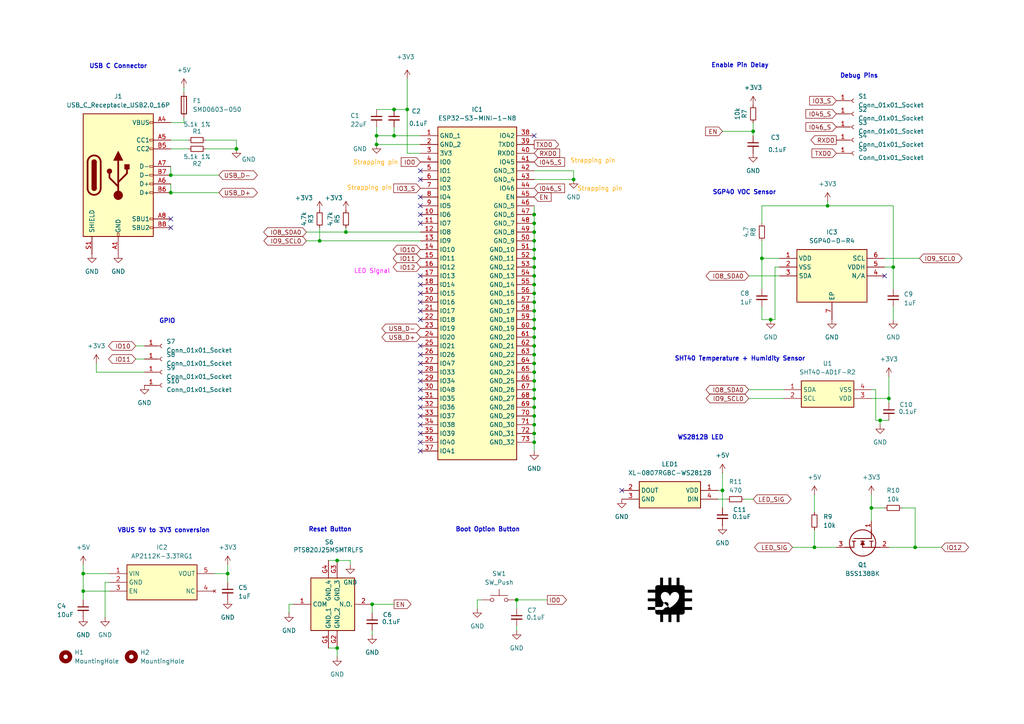
<source format=kicad_sch>
(kicad_sch (version 20231120) (generator "eeschema") (generator_version "8.0")
  (paper "A4")
  (title_block (title "VOCaware") (date "2025-10-25") (rev "v2025.1.0") (company "M41T3"))
  (junction (at 24.13 166.37))
  (junction (at 114.3 39.37))
  (junction (at 68.58 43.18))
  (junction (at 257.81 115.57))
  (junction (at 154.94 125.73))
  (junction (at 114.3 31.75))
  (junction (at 259.08 77.47))
  (junction (at 166.37 52.07))
  (junction (at 154.94 77.47))
  (junction (at 154.94 100.33))
  (junction (at 265.43 158.75))
  (junction (at 154.94 82.55))
  (junction (at 92.71 69.85))
  (junction (at 154.94 69.85))
  (junction (at 66.04 166.37))
  (junction (at 154.94 64.77))
  (junction (at 223.52 92.71))
  (junction (at 109.22 41.91))
  (junction (at 154.94 92.71))
  (junction (at 220.98 74.93))
  (junction (at 154.94 118.11))
  (junction (at 154.94 85.09))
  (junction (at 154.94 67.31))
  (junction (at 100.33 67.31))
  (junction (at 154.94 123.19))
  (junction (at 154.94 80.01))
  (junction (at 154.94 115.57))
  (junction (at 154.94 110.49))
  (junction (at 154.94 113.03))
  (junction (at 154.94 90.17))
  (junction (at 154.94 62.23))
  (junction (at 252.73 147.32))
  (junction (at 154.94 95.25))
  (junction (at 218.44 38.1))
  (junction (at 154.94 120.65))
  (junction (at 154.94 97.79))
  (junction (at 236.22 158.75))
  (junction (at 154.94 105.41))
  (junction (at 97.79 162.56))
  (junction (at 118.11 31.75))
  (junction (at 24.13 171.45))
  (junction (at 154.94 87.63))
  (junction (at 109.22 39.37))
  (junction (at 154.94 107.95))
  (junction (at 107.95 175.26))
  (junction (at 97.79 187.96))
  (junction (at 49.53 50.8))
  (junction (at 154.94 74.93))
  (junction (at 149.86 173.99))
  (junction (at 209.55 142.24))
  (junction (at 240.03 59.69))
  (junction (at 255.27 121.92))
  (junction (at 154.94 128.27))
  (junction (at 49.53 55.88))
  (junction (at 154.94 102.87))
  (junction (at 154.94 72.39))
  (no_connect (at 121.92 105.41))
  (no_connect (at 121.92 57.15))
  (no_connect (at 121.92 123.19))
  (no_connect (at 256.54 80.01))
  (no_connect (at 121.92 113.03))
  (no_connect (at 121.92 90.17))
  (no_connect (at 121.92 102.87))
  (no_connect (at 121.92 52.07))
  (no_connect (at 121.92 115.57))
  (no_connect (at 121.92 118.11))
  (no_connect (at 121.92 128.27))
  (no_connect (at 49.53 66.04))
  (no_connect (at 121.92 110.49))
  (no_connect (at 121.92 62.23))
  (no_connect (at 121.92 82.55))
  (no_connect (at 121.92 49.53))
  (no_connect (at 121.92 85.09))
  (no_connect (at 49.53 63.5))
  (no_connect (at 154.94 39.37))
  (no_connect (at 121.92 120.65))
  (no_connect (at 121.92 100.33))
  (no_connect (at 121.92 107.95))
  (no_connect (at 121.92 130.81))
  (no_connect (at 121.92 87.63))
  (no_connect (at 121.92 59.69))
  (no_connect (at 121.92 64.77))
  (no_connect (at 121.92 125.73))
  (no_connect (at 121.92 92.71))
  (no_connect (at 180.34 142.24))
  (no_connect (at 121.92 80.01))
  (wire (pts (xy 217.17 80.01) (xy 226.06 80.01)))
  (wire (pts (xy 256.54 74.93) (xy 266.7 74.93)))
  (wire (pts (xy 68.58 40.64) (xy 68.58 43.18)))
  (wire (pts (xy 257.81 115.57) (xy 252.73 115.57)))
  (wire (pts (xy 226.06 77.47) (xy 224.79 77.47)))
  (wire (pts (xy 66.04 163.83) (xy 66.04 166.37)))
  (wire (pts (xy 154.94 49.53) (xy 166.37 49.53)))
  (wire (pts (xy 95.25 187.96) (xy 97.79 187.96)))
  (wire (pts (xy 217.17 113.03) (xy 227.33 113.03)))
  (wire (pts (xy 154.94 64.77) (xy 154.94 67.31)))
  (wire (pts (xy 24.13 171.45) (xy 31.75 171.45)))
  (wire (pts (xy 154.94 107.95) (xy 154.94 110.49)))
  (wire (pts (xy 208.28 144.78) (xy 210.82 144.78)))
  (wire (pts (xy 208.28 142.24) (xy 209.55 142.24)))
  (wire (pts (xy 154.94 62.23) (xy 154.94 64.77)))
  (wire (pts (xy 83.82 175.26) (xy 85.09 175.26)))
  (wire (pts (xy 166.37 49.53) (xy 166.37 52.07)))
  (wire (pts (xy 154.94 118.11) (xy 154.94 120.65)))
  (wire (pts (xy 101.6 162.56) (xy 97.79 162.56)))
  (wire (pts (xy 154.94 92.71) (xy 154.94 95.25)))
  (wire (pts (xy 154.94 77.47) (xy 154.94 80.01)))
  (wire (pts (xy 88.9 67.31) (xy 100.33 67.31)))
  (wire (pts (xy 107.95 175.26) (xy 107.95 177.8)))
  (wire (pts (xy 114.3 36.83) (xy 114.3 39.37)))
  (wire (pts (xy 154.94 102.87) (xy 154.94 105.41)))
  (wire (pts (xy 257.81 109.22) (xy 257.81 115.57)))
  (wire (pts (xy 138.43 176.53) (xy 138.43 173.99)))
  (wire (pts (xy 154.94 113.03) (xy 154.94 115.57)))
  (wire (pts (xy 154.94 59.69) (xy 154.94 62.23)))
  (wire (pts (xy 114.3 39.37) (xy 109.22 39.37)))
  (wire (pts (xy 257.81 158.75) (xy 265.43 158.75)))
  (wire (pts (xy 220.98 69.85) (xy 220.98 74.93)))
  (wire (pts (xy 118.11 22.86) (xy 118.11 31.75)))
  (wire (pts (xy 92.71 69.85) (xy 121.92 69.85)))
  (wire (pts (xy 255.27 123.19) (xy 255.27 121.92)))
  (wire (pts (xy 154.94 80.01) (xy 154.94 82.55)))
  (wire (pts (xy 97.79 187.96) (xy 97.79 190.5)))
  (wire (pts (xy 101.6 163.83) (xy 101.6 162.56)))
  (wire (pts (xy 254 113.03) (xy 254 121.92)))
  (wire (pts (xy 41.91 107.95) (xy 27.94 107.95)))
  (wire (pts (xy 252.73 147.32) (xy 256.54 147.32)))
  (wire (pts (xy 149.86 173.99) (xy 158.75 173.99)))
  (wire (pts (xy 154.94 123.19) (xy 154.94 125.73)))
  (wire (pts (xy 154.94 115.57) (xy 154.94 118.11)))
  (wire (pts (xy 256.54 77.47) (xy 259.08 77.47)))
  (wire (pts (xy 39.37 104.14) (xy 41.91 104.14)))
  (wire (pts (xy 220.98 92.71) (xy 223.52 92.71)))
  (wire (pts (xy 154.94 90.17) (xy 154.94 92.71)))
  (wire (pts (xy 49.53 53.34) (xy 49.53 55.88)))
  (wire (pts (xy 229.87 158.75) (xy 236.22 158.75)))
  (wire (pts (xy 154.94 128.27) (xy 154.94 130.81)))
  (wire (pts (xy 236.22 158.75) (xy 242.57 158.75)))
  (wire (pts (xy 154.94 69.85) (xy 154.94 72.39)))
  (wire (pts (xy 154.94 82.55) (xy 154.94 85.09)))
  (wire (pts (xy 118.11 44.45) (xy 121.92 44.45)))
  (wire (pts (xy 66.04 168.91) (xy 66.04 166.37)))
  (wire (pts (xy 49.53 35.56) (xy 53.34 35.56)))
  (wire (pts (xy 154.94 85.09) (xy 154.94 87.63)))
  (wire (pts (xy 109.22 41.91) (xy 121.92 41.91)))
  (wire (pts (xy 149.86 181.61) (xy 149.86 182.88)))
  (wire (pts (xy 88.9 69.85) (xy 92.71 69.85)))
  (wire (pts (xy 220.98 74.93) (xy 226.06 74.93)))
  (wire (pts (xy 215.9 144.78) (xy 218.44 144.78)))
  (wire (pts (xy 236.22 143.51) (xy 236.22 148.59)))
  (wire (pts (xy 109.22 31.75) (xy 114.3 31.75)))
  (wire (pts (xy 49.53 50.8) (xy 63.5 50.8)))
  (wire (pts (xy 100.33 67.31) (xy 100.33 66.04)))
  (wire (pts (xy 107.95 182.88) (xy 107.95 184.15)))
  (wire (pts (xy 49.53 40.64) (xy 54.61 40.64)))
  (wire (pts (xy 217.17 115.57) (xy 227.33 115.57)))
  (wire (pts (xy 121.92 67.31) (xy 100.33 67.31)))
  (wire (pts (xy 261.62 147.32) (xy 265.43 147.32)))
  (wire (pts (xy 224.79 77.47) (xy 224.79 92.71)))
  (wire (pts (xy 220.98 74.93) (xy 220.98 83.82)))
  (wire (pts (xy 24.13 163.83) (xy 24.13 166.37)))
  (wire (pts (xy 154.94 95.25) (xy 154.94 97.79)))
  (wire (pts (xy 121.92 39.37) (xy 114.3 39.37)))
  (wire (pts (xy 39.37 100.33) (xy 41.91 100.33)))
  (wire (pts (xy 154.94 67.31) (xy 154.94 69.85)))
  (wire (pts (xy 259.08 77.47) (xy 259.08 83.82)))
  (wire (pts (xy 31.75 168.91) (xy 30.48 168.91)))
  (wire (pts (xy 154.94 105.41) (xy 154.94 107.95)))
  (wire (pts (xy 24.13 166.37) (xy 24.13 171.45)))
  (wire (pts (xy 154.94 120.65) (xy 154.94 123.19)))
  (wire (pts (xy 53.34 34.29) (xy 53.34 35.56)))
  (wire (pts (xy 240.03 58.42) (xy 240.03 59.69)))
  (wire (pts (xy 24.13 166.37) (xy 31.75 166.37)))
  (wire (pts (xy 109.22 39.37) (xy 109.22 41.91)))
  (wire (pts (xy 209.55 137.16) (xy 209.55 142.24)))
  (wire (pts (xy 27.94 107.95) (xy 27.94 105.41)))
  (wire (pts (xy 220.98 59.69) (xy 220.98 64.77)))
  (wire (pts (xy 259.08 59.69) (xy 259.08 77.47)))
  (wire (pts (xy 154.94 97.79) (xy 154.94 100.33)))
  (wire (pts (xy 154.94 110.49) (xy 154.94 113.03)))
  (wire (pts (xy 265.43 147.32) (xy 265.43 158.75)))
  (wire (pts (xy 154.94 100.33) (xy 154.94 102.87)))
  (wire (pts (xy 220.98 88.9) (xy 220.98 92.71)))
  (wire (pts (xy 265.43 158.75) (xy 273.05 158.75)))
  (wire (pts (xy 259.08 88.9) (xy 259.08 92.71)))
  (wire (pts (xy 59.69 43.18) (xy 68.58 43.18)))
  (wire (pts (xy 252.73 143.51) (xy 252.73 147.32)))
  (wire (pts (xy 53.34 25.4) (xy 53.34 26.67)))
  (wire (pts (xy 49.53 48.26) (xy 49.53 50.8)))
  (wire (pts (xy 107.95 175.26) (xy 114.3 175.26)))
  (wire (pts (xy 240.03 59.69) (xy 220.98 59.69)))
  (wire (pts (xy 109.22 36.83) (xy 109.22 39.37)))
  (wire (pts (xy 154.94 74.93) (xy 154.94 77.47)))
  (wire (pts (xy 118.11 31.75) (xy 118.11 44.45)))
  (wire (pts (xy 138.43 173.99) (xy 139.7 173.99)))
  (wire (pts (xy 209.55 142.24) (xy 209.55 147.32)))
  (wire (pts (xy 154.94 52.07) (xy 166.37 52.07)))
  (wire (pts (xy 154.94 125.73) (xy 154.94 128.27)))
  (wire (pts (xy 149.86 173.99) (xy 149.86 176.53)))
  (wire (pts (xy 83.82 177.8) (xy 83.82 175.26)))
  (wire (pts (xy 236.22 153.67) (xy 236.22 158.75)))
  (wire (pts (xy 240.03 59.69) (xy 259.08 59.69)))
  (wire (pts (xy 154.94 72.39) (xy 154.94 74.93)))
  (wire (pts (xy 30.48 168.91) (xy 30.48 179.07)))
  (wire (pts (xy 209.55 38.1) (xy 218.44 38.1)))
  (wire (pts (xy 218.44 35.56) (xy 218.44 38.1)))
  (wire (pts (xy 154.94 87.63) (xy 154.94 90.17)))
  (wire (pts (xy 224.79 92.71) (xy 223.52 92.71)))
  (wire (pts (xy 254 121.92) (xy 255.27 121.92)))
  (wire (pts (xy 49.53 43.18) (xy 54.61 43.18)))
  (wire (pts (xy 257.81 115.57) (xy 257.81 116.84)))
  (wire (pts (xy 255.27 121.92) (xy 257.81 121.92)))
  (wire (pts (xy 66.04 166.37) (xy 62.23 166.37)))
  (wire (pts (xy 59.69 40.64) (xy 68.58 40.64)))
  (wire (pts (xy 252.73 147.32) (xy 252.73 151.13)))
  (wire (pts (xy 218.44 38.1) (xy 218.44 39.37)))
  (wire (pts (xy 24.13 171.45) (xy 24.13 173.99)))
  (wire (pts (xy 97.79 162.56) (xy 95.25 162.56)))
  (wire (pts (xy 92.71 66.04) (xy 92.71 69.85)))
  (wire (pts (xy 114.3 31.75) (xy 118.11 31.75)))
  (wire (pts (xy 252.73 113.03) (xy 254 113.03)))
  (wire (pts (xy 49.53 55.88) (xy 63.5 55.88)))
  (image (at 194.31 173.99) (scale 0.120395))
  (text "Reset Button" (at 95.758 153.67 0) (effects (font (size 1.27 1.27) (thickness 0.254) (bold yes))))
  (text "Debug Pins" (at 249.174 22.098 0) (effects (font (size 1.27 1.27) (thickness 0.254) (bold yes))))
  (text "GPIO" (at 48.514 93.218 0) (effects (font (size 1.27 1.27) (thickness 0.254) (bold yes))))
  (text "Strapping pin" (at 107.188 54.61 0) (effects (font (size 1.27 1.27))))
  (text "SHT40 Temperature + Humidity Sensor" (at 214.63 104.14 0) (effects (font (size 1.27 1.27) (thickness 0.254) (bold yes))))
  (text "Strapping pin" (at 173.99 54.864 0) (effects (font (size 1.27 1.27))))
  (text "Enable Pin Delay" (at 214.63 19.05 0) (effects (font (size 1.27 1.27) (thickness 0.254) (bold yes))))
  (text "VBUS 5V to 3V3 conversion" (at 47.498 153.924 0) (effects (font (size 1.27 1.27) (thickness 0.254) (bold yes))))
  (text "LED Signal" (at 107.95 78.74 0) (effects (font (size 1.27 1.27))))
  (text "Strapping pin" (at 171.958 46.736 0) (effects (font (size 1.27 1.27))))
  (text "WS2812B LED" (at 203.2 127 0) (effects (font (size 1.27 1.27) (thickness 0.254) (bold yes))))
  (text "Strapping pin" (at 108.966 47.244 0) (effects (font (size 1.27 1.27))))
  (text "Boot Option Button" (at 141.478 153.67 0) (effects (font (size 1.27 1.27) (thickness 0.254) (bold yes))))
  (text "USB C Connector" (at 34.29 19.304 0) (effects (font (size 1.27 1.27) (thickness 0.254) (bold yes))))
  (text "SGP40 VOC Sensor" (at 215.9 55.88 0) (effects (font (size 1.27 1.27) (thickness 0.254) (bold yes))))
  (global_label "IO12" (shape bidirectional) (at 121.92 77.47 180) (property "Intersheetrefs" "${INTERSHEET_REFS}" (effects (hide yes))))
  (global_label "IO3_S" (shape input) (at 121.92 54.61 180) (property "Intersheetrefs" "${INTERSHEET_REFS}" (effects (hide yes))))
  (global_label "LED_SIG" (shape bidirectional) (at 218.44 144.78 0) (property "Intersheetrefs" "${INTERSHEET_REFS}" (effects (hide yes))))
  (global_label "USB_D-" (shape bidirectional) (at 121.92 95.25 180) (property "Intersheetrefs" "${INTERSHEET_REFS}" (effects (hide yes))))
  (global_label "I045_S" (shape input) (at 154.94 46.99 0) (property "Intersheetrefs" "${INTERSHEET_REFS}" (effects (hide yes))))
  (global_label "I046_S" (shape input) (at 154.94 54.61 0) (property "Intersheetrefs" "${INTERSHEET_REFS}" (effects (hide yes))))
  (global_label "RXD0" (shape output) (at 242.57 40.64 180) (property "Intersheetrefs" "${INTERSHEET_REFS}" (effects (hide yes))))
  (global_label "IO9_SCL0" (shape bidirectional) (at 266.7 74.93 0) (property "Intersheetrefs" "${INTERSHEET_REFS}" (effects (hide yes))))
  (global_label "IO0" (shape output) (at 158.75 173.99 0) (property "Intersheetrefs" "${INTERSHEET_REFS}" (effects (hide yes))))
  (global_label "USB_D+" (shape bidirectional) (at 121.92 97.79 180) (property "Intersheetrefs" "${INTERSHEET_REFS}" (effects (hide yes))))
  (global_label "EN" (shape output) (at 114.3 175.26 0) (property "Intersheetrefs" "${INTERSHEET_REFS}" (effects (hide yes))))
  (global_label "IO12" (shape bidirectional) (at 273.05 158.75 0) (property "Intersheetrefs" "${INTERSHEET_REFS}" (effects (hide yes))))
  (global_label "I046_S" (shape input) (at 242.57 36.83 180) (property "Intersheetrefs" "${INTERSHEET_REFS}" (effects (hide yes))))
  (global_label "LED_SIG" (shape bidirectional) (at 229.87 158.75 180) (property "Intersheetrefs" "${INTERSHEET_REFS}" (effects (hide yes))))
  (global_label "IO8_SDA0" (shape bidirectional) (at 88.9 67.31 180) (property "Intersheetrefs" "${INTERSHEET_REFS}" (effects (hide yes))))
  (global_label "IO8_SDA0" (shape bidirectional) (at 217.17 113.03 180) (property "Intersheetrefs" "${INTERSHEET_REFS}" (effects (hide yes))))
  (global_label "IO10" (shape bidirectional) (at 121.92 72.39 180) (property "Intersheetrefs" "${INTERSHEET_REFS}" (effects (hide yes))))
  (global_label "IO11" (shape bidirectional) (at 39.37 104.14 180) (property "Intersheetrefs" "${INTERSHEET_REFS}" (effects (hide yes))))
  (global_label "IO0" (shape input) (at 121.92 46.99 180) (property "Intersheetrefs" "${INTERSHEET_REFS}" (effects (hide yes))))
  (global_label "IO11" (shape bidirectional) (at 121.92 74.93 180) (property "Intersheetrefs" "${INTERSHEET_REFS}" (effects (hide yes))))
  (global_label "EN" (shape input) (at 209.55 38.1 180) (property "Intersheetrefs" "${INTERSHEET_REFS}" (effects (hide yes))))
  (global_label "IO8_SDA0" (shape bidirectional) (at 217.17 80.01 180) (property "Intersheetrefs" "${INTERSHEET_REFS}" (effects (hide yes))))
  (global_label "EN" (shape input) (at 154.94 57.15 0) (property "Intersheetrefs" "${INTERSHEET_REFS}" (effects (hide yes))))
  (global_label "IO9_SCL0" (shape bidirectional) (at 217.17 115.57 180) (property "Intersheetrefs" "${INTERSHEET_REFS}" (effects (hide yes))))
  (global_label "TXD0" (shape input) (at 242.57 44.45 180) (property "Intersheetrefs" "${INTERSHEET_REFS}" (effects (hide yes))))
  (global_label "TXD0" (shape output) (at 154.94 41.91 0) (property "Intersheetrefs" "${INTERSHEET_REFS}" (effects (hide yes))))
  (global_label "RXD0" (shape input) (at 154.94 44.45 0) (property "Intersheetrefs" "${INTERSHEET_REFS}" (effects (hide yes))))
  (global_label "IO3_S" (shape input) (at 242.57 29.21 180) (property "Intersheetrefs" "${INTERSHEET_REFS}" (effects (hide yes))))
  (global_label "IO9_SCL0" (shape bidirectional) (at 88.9 69.85 180) (property "Intersheetrefs" "${INTERSHEET_REFS}" (effects (hide yes))))
  (global_label "IO10" (shape bidirectional) (at 39.37 100.33 180) (property "Intersheetrefs" "${INTERSHEET_REFS}" (effects (hide yes))))
  (global_label "I045_S" (shape input) (at 242.57 33.02 180) (property "Intersheetrefs" "${INTERSHEET_REFS}" (effects (hide yes))))
  (global_label "USB_D-" (shape bidirectional) (at 63.5 50.8 0) (property "Intersheetrefs" "${INTERSHEET_REFS}" (effects (hide yes))))
  (global_label "USB_D+" (shape bidirectional) (at 63.5 55.88 0) (property "Intersheetrefs" "${INTERSHEET_REFS}" (effects (hide yes))))
  (symbol (lib_id "power:+3V3") (at 100.33 60.96 0) (unit 1)
    (property "Reference" "#PWR08" (effects (hide yes)))
    (property "Value" "+3V3" (at 96.774 57.404 0))
    (property "Description" "Power symbol creates a global label with name \"+3V3\"" (effects (hide yes)))
  )
  (symbol (lib_id "Connector:Conn_01x01_Socket") (at 46.99 107.95 0) (unit 1) (in_bom no)
    (property "Reference" "S9" (at 48.26 106.6799 0) (effects (justify left)))
    (property "Value" "Conn_01x01_Socket" (at 48.26 109.2199 0) (effects (justify left)))
    (property "Footprint" "TestPoint:TestPoint_Pad_D1.0mm" (effects (hide yes)))
    (property "Description" "Generic connector, single row, 01x01, script generated" (effects (hide yes)))
  )
  (symbol (lib_id "Device:C_Small") (at 107.95 180.34 0) (unit 1)
    (property "Reference" "C6" (at 110.998 178.308 0) (effects (justify left)))
    (property "Value" "0.1uF" (at 110.744 180.34 0) (effects (justify left)))
    (property "Footprint" "Capacitor_SMD:C_0402_1005Metric" (effects (hide yes)))
    (property "Description" "Unpolarized capacitor, small symbol" (effects (hide yes)))
    (property "LCSC" "C1525" (effects (hide yes)))
  )
  (symbol (lib_id "power:GND") (at 109.22 41.91 0) (unit 1)
    (property "Reference" "#PWR010" (effects (hide yes)))
    (property "Value" "GND" (at 104.394 43.18 0))
    (property "Description" "Power symbol creates a global label with name \"GND\" , ground" (effects (hide yes)))
  )
  (symbol (lib_id "stackflex_sym_lib:BSS138BK") (at 252.73 151.13 90) (mirror x) (unit 1)
    (property "Reference" "Q1" (at 250.19 163.83 90))
    (property "Value" "BSS138BK" (at 250.19 166.37 90))
    (property "Footprint" "Package_TO_SOT_SMD:SOT-23" (effects (hide yes)))
    (property "Datasheet" "https://datasheet.datasheetarchive.com/originals/distributors/Datasheets-NXP/DSANXP010002281.pdf" (effects (hide yes)))
    (property "Description" "MOSFET,n-channel,60V,360mA,1ohm,SOT23 NXP BSS138BK N-channel MOSFET Transistor, 0.36 A, 60 V, 3-Pin SOT-23" (effects (hide yes)))
    (property "Height" "1.1" (effects (hide yes)))
    (property "Mouser Part Number" "N/A" (effects (hide yes)))
    (property "Mouser Price/Stock" "https://www.mouser.co.uk/ProductDetail/Nexperia/BSS138BK?qs=vHuUswq2%252BswEXXqPA0ToNQ%3D%3D" (effects (hide yes)))
    (property "Manufacturer_Name" "Nexperia" (effects (hide yes)))
    (property "Manufacturer_Part_Number" "BSS138BK" (effects (hide yes)))
    (property "LCSC" "C112239" (effects (hide yes)))
  )
  (symbol (lib_id "power:GND") (at 138.43 176.53 0) (unit 1)
    (property "Reference" "#PWR025" (effects (hide yes)))
    (property "Value" "GND" (at 138.43 181.61 0))
    (property "Description" "Power symbol creates a global label with name \"GND\" , ground" (effects (hide yes)))
  )
  (symbol (lib_id "Device:Fuse") (at 53.34 30.48 0) (unit 1)
    (property "Reference" "F1" (at 55.88 29.2099 0) (effects (justify left)))
    (property "Value" "SMD0603-050" (at 55.88 31.7499 0) (effects (justify left)))
    (property "Footprint" "Fuse:Fuse_0603_1608Metric" (effects (hide yes)))
    (property "Description" "Fuse" (effects (hide yes)))
    (property "LCSC" "C69679" (effects (hide yes)))
  )
  (symbol (lib_id "power:GND") (at 24.13 179.07 0) (unit 1)
    (property "Reference" "#PWR017" (effects (hide yes)))
    (property "Value" "GND" (at 24.13 184.15 0))
    (property "Description" "Power symbol creates a global label with name \"GND\" , ground" (effects (hide yes)))
  )
  (symbol (lib_id "power:+3V3") (at 27.94 105.41 0) (unit 1)
    (property "Reference" "#PWR09" (effects (hide yes)))
    (property "Value" "+3V3" (at 27.94 100.33 0))
    (property "Description" "Power symbol creates a global label with name \"+3V3\"" (effects (hide yes)))
  )
  (symbol (lib_id "Device:R_Small") (at 259.08 147.32 90) (unit 1)
    (property "Reference" "R10" (at 259.08 142.24 90))
    (property "Value" "10k" (at 259.08 144.78 90))
    (property "Footprint" "Resistor_SMD:R_0402_1005Metric" (effects (hide yes)))
    (property "Description" "Resistor, small symbol" (effects (hide yes)))
    (property "LCSC" "C25744" (effects (hide yes)))
  )
  (symbol (lib_id "power:GND") (at 66.04 173.99 0) (unit 1)
    (property "Reference" "#PWR020" (effects (hide yes)))
    (property "Value" "GND" (at 66.04 179.07 0))
    (property "Description" "Power symbol creates a global label with name \"GND\" , ground" (effects (hide yes)))
  )
  (symbol (lib_id "power:GND") (at 209.55 152.4 0) (unit 1)
    (property "Reference" "#PWR07" (effects (hide yes)))
    (property "Value" "GND" (at 209.55 157.48 0))
    (property "Description" "Power symbol creates a global label with name \"GND\" , ground" (effects (hide yes)))
  )
  (symbol (lib_id "power:GND") (at 255.27 123.19 0) (unit 1)
    (property "Reference" "#PWR032" (effects (hide yes)))
    (property "Value" "GND" (at 255.27 128.27 0))
    (property "Description" "Power symbol creates a global label with name \"GND\" , ground" (effects (hide yes)))
  )
  (symbol (lib_id "Mechanical:MountingHole") (at 38.1 190.5 0) (unit 1) (exclude_from_sim yes) (in_bom no)
    (property "Reference" "H2" (at 40.64 189.2299 0) (effects (justify left)))
    (property "Value" "MountingHole" (at 40.64 191.7699 0) (effects (justify left)))
    (property "Footprint" "MountingHole:MountingHole_3.2mm_M3_DIN965" (effects (hide yes)))
    (property "Description" "Mounting Hole without connection" (effects (hide yes)))
  )
  (symbol (lib_id "power:GND") (at 149.86 182.88 0) (unit 1)
    (property "Reference" "#PWR028" (effects (hide yes)))
    (property "Value" "GND" (at 149.86 187.96 0))
    (property "Description" "Power symbol creates a global label with name \"GND\" , ground" (effects (hide yes)))
  )
  (symbol (lib_id "Connector:Conn_01x01_Socket") (at 247.65 33.02 0) (unit 1) (in_bom no)
    (property "Reference" "S2" (at 248.92 31.7499 0) (effects (justify left)))
    (property "Value" "Conn_01x01_Socket" (at 248.92 34.2899 0) (effects (justify left)))
    (property "Footprint" "TestPoint:TestPoint_Pad_D1.0mm" (effects (hide yes)))
    (property "Description" "Generic connector, single row, 01x01, script generated" (effects (hide yes)))
  )
  (symbol (lib_id "power:+3V3") (at 240.03 58.42 0) (unit 1)
    (property "Reference" "#PWR05" (effects (hide yes)))
    (property "Value" "+3V3" (at 240.03 53.34 0))
    (property "Description" "Power symbol creates a global label with name \"+3V3\"" (effects (hide yes)))
  )
  (symbol (lib_id "stackflex_sym_lib:ESP32-S3-MINI-1-N8") (at 121.92 39.37 0) (unit 1)
    (property "Reference" "IC1" (at 138.43 31.75 0))
    (property "Value" "ESP32-S3-MINI-1-N8" (at 138.43 34.29 0))
    (property "Footprint" "VOCaware_foots_lib:ESP32S3MINI1N8" (effects (hide yes)))
    (property "Datasheet" "https://www.espressif.com/sites/default/files/documentation/esp32-s3-mini-1_mini-1u_datasheet_en.pdf" (effects (hide yes)))
    (property "Description" "WiFi Development Tools - 802.11 [Engineering Samples] SMD Module, ESP32-S3FN8, 8 MB SPI Flash, PCB Antenna" (effects (hide yes)))
    (property "Height" "2.55" (effects (hide yes)))
    (property "Mouser Part Number" "356-ESP32-S3-MINI1N8" (effects (hide yes)))
    (property "Mouser Price/Stock" "https://www.mouser.co.uk/ProductDetail/Espressif-Systems/ESP32-S3-MINI-1-N8?qs=XAiT9M5g4x82rl6F%2FIYUQg%3D%3D" (effects (hide yes)))
    (property "Manufacturer_Name" "Espressif Systems" (effects (hide yes)))
    (property "Manufacturer_Part_Number" "ESP32-S3-MINI-1-N8" (effects (hide yes)))
    (property "LCSC" "C2913206" (effects (hide yes)))
  )
  (symbol (lib_id "power:GND") (at 34.29 73.66 0) (unit 1)
    (property "Reference" "#PWR02" (effects (hide yes)))
    (property "Value" "GND" (at 34.29 78.74 0))
    (property "Description" "Power symbol creates a global label with name \"GND\" , ground" (effects (hide yes)))
  )
  (symbol (lib_id "power:+3V3") (at 92.71 60.96 0) (unit 1)
    (property "Reference" "#PWR06" (effects (hide yes)))
    (property "Value" "+3V3" (at 88.138 57.404 0))
    (property "Description" "Power symbol creates a global label with name \"+3V3\"" (effects (hide yes)))
  )
  (symbol (lib_id "power:+3V3") (at 66.04 163.83 0) (unit 1)
    (property "Reference" "#PWR019" (effects (hide yes)))
    (property "Value" "+3V3" (at 66.04 158.75 0))
    (property "Description" "Power symbol creates a global label with name \"+3V3\"" (effects (hide yes)))
  )
  (symbol (lib_id "Connector:Conn_01x01_Socket") (at 46.99 111.76 0) (unit 1) (in_bom no)
    (property "Reference" "S10" (at 48.26 110.4899 0) (effects (justify left)))
    (property "Value" "Conn_01x01_Socket" (at 48.26 113.0299 0) (effects (justify left)))
    (property "Footprint" "TestPoint:TestPoint_Pad_D1.0mm" (effects (hide yes)))
    (property "Description" "Generic connector, single row, 01x01, script generated" (effects (hide yes)))
  )
  (symbol (lib_id "Device:R_Small") (at 213.36 144.78 270) (unit 1)
    (property "Reference" "R11" (at 213.36 139.7 90))
    (property "Value" "470" (at 213.36 142.24 90))
    (property "Footprint" "Resistor_SMD:R_0402_1005Metric" (effects (hide yes)))
    (property "Description" "Resistor, small symbol" (effects (hide yes)))
    (property "LCSC" "C25117" (effects (hide yes)))
  )
  (symbol (lib_id "Device:R_Small") (at 57.15 43.18 270) (unit 1)
    (property "Reference" "R2" (at 57.15 47.498 90))
    (property "Value" "5.1k 1%" (at 57.15 45.466 90))
    (property "Footprint" "Resistor_SMD:R_0402_1005Metric" (effects (hide yes)))
    (property "Description" "Resistor, small symbol" (effects (hide yes)))
    (property "LCSC" "C25905" (effects (hide yes)))
  )
  (symbol (lib_name "PTS820J25MSMTRLFS_1") (lib_id "stackflex_sym_lib:PTS820J25MSMTRLFS") (at 82.55 175.26 0) (unit 1)
    (property "Reference" "S6" (at 95.504 157.226 0))
    (property "Value" "PTS820J25MSMTRLFS" (at 95.25 159.512 0))
    (property "Footprint" "PTS820J25MSMTRLFS" (effects (hide yes)))
    (property "Datasheet" "https://www.ckswitches.com/media/1474/pts820.pdf" (effects (hide yes)))
    (property "Description" "Tactile Switches Microminiature SMT Top Actuated" (effects (hide yes)))
    (property "Height" "1.5" (effects (hide yes)))
    (property "Mouser Part Number" "611-PTS820J25MSMTR" (effects (hide yes)))
    (property "Mouser Price/Stock" "https://www.mouser.co.uk/ProductDetail/CK/PTS820J25MSMTRLFS?qs=UxeAxwACbqmM7fS1sTfuhg%3D%3D" (effects (hide yes)))
    (property "Manufacturer_Name" "C & K COMPONENTS" (effects (hide yes)))
    (property "Manufacturer_Part_Number" "PTS820J25MSMTRLFS" (effects (hide yes)))
    (property "LCSC" "C221900" (effects (hide yes)))
  )
  (symbol (lib_id "Device:R_Small") (at 92.71 63.5 0) (unit 1)
    (property "Reference" "R3" (at 90.17 63.5 90))
    (property "Value" "4.7k" (at 88.138 63.5 90))
    (property "Footprint" "Resistor_SMD:R_0402_1005Metric" (effects (hide yes)))
    (property "Description" "Resistor, small symbol" (effects (hide yes)))
    (property "LCSC" "C25900" (effects (hide yes)))
  )
  (symbol (lib_id "Device:C_Small") (at 259.08 86.36 0) (unit 1)
    (property "Reference" "C9" (at 262.128 85.344 0) (effects (justify left)))
    (property "Value" "1uF" (at 262.128 87.884 0) (effects (justify left)))
    (property "Footprint" "Capacitor_SMD:C_0402_1005Metric" (effects (hide yes)))
    (property "Description" "Unpolarized capacitor, small symbol" (effects (hide yes)))
    (property "LCSC" "C52923" (effects (hide yes)))
  )
  (symbol (lib_id "Device:C_Small") (at 66.04 171.45 0) (unit 1)
    (property "Reference" "C5" (at 69.088 170.434 0) (effects (justify left)))
    (property "Value" "1uF" (at 69.088 172.974 0) (effects (justify left)))
    (property "Footprint" "Capacitor_SMD:C_0402_1005Metric" (effects (hide yes)))
    (property "Description" "Unpolarized capacitor, small symbol" (effects (hide yes)))
    (property "LCSC" "C52923" (effects (hide yes)))
  )
  (symbol (lib_id "Connector:Conn_01x01_Socket") (at 247.65 44.45 0) (unit 1) (in_bom no)
    (property "Reference" "S5" (at 248.92 43.1799 0) (effects (justify left)))
    (property "Value" "Conn_01x01_Socket" (at 248.92 45.7199 0) (effects (justify left)))
    (property "Footprint" "TestPoint:TestPoint_Pad_D1.0mm" (effects (hide yes)))
    (property "Description" "Generic connector, single row, 01x01, script generated" (effects (hide yes)))
  )
  (symbol (lib_id "Device:C_Small") (at 114.3 34.29 0) (unit 1)
    (property "Reference" "C2" (at 119.38 32.258 0) (effects (justify left)))
    (property "Value" "0.1uF" (at 118.618 35.814 0) (effects (justify left)))
    (property "Footprint" "Capacitor_SMD:C_0402_1005Metric" (effects (hide yes)))
    (property "Description" "Unpolarized capacitor, small symbol" (effects (hide yes)))
    (property "LCSC" "C1525" (effects (hide yes)))
  )
  (symbol (lib_id "Device:R_Small") (at 57.15 40.64 270) (unit 1)
    (property "Reference" "R1" (at 57.15 38.1 90))
    (property "Value" "5.1k 1%" (at 57.15 36.068 90))
    (property "Footprint" "Resistor_SMD:R_0402_1005Metric" (effects (hide yes)))
    (property "Description" "Resistor, small symbol" (effects (hide yes)))
    (property "LCSC" "C25905" (effects (hide yes)))
  )
  (symbol (lib_id "Device:C_Small") (at 24.13 176.53 0) (unit 1)
    (property "Reference" "C4" (at 16.51 175.768 0) (effects (justify left)))
    (property "Value" "10uF" (at 16.51 178.308 0) (effects (justify left)))
    (property "Footprint" "Capacitor_SMD:C_0402_1005Metric" (effects (hide yes)))
    (property "Description" "Unpolarized capacitor, small symbol" (effects (hide yes)))
    (property "LCSC" "C15525" (effects (hide yes)))
  )
  (symbol (lib_id "power:GND") (at 26.67 73.66 0) (unit 1)
    (property "Reference" "#PWR01" (effects (hide yes)))
    (property "Value" "GND" (at 26.67 78.74 0))
    (property "Description" "Power symbol creates a global label with name \"GND\" , ground" (effects (hide yes)))
  )
  (symbol (lib_id "power:GND") (at 154.94 130.81 0) (unit 1)
    (property "Reference" "#PWR012" (effects (hide yes)))
    (property "Value" "GND" (at 154.94 135.89 0))
    (property "Description" "Power symbol creates a global label with name \"GND\" , ground" (effects (hide yes)))
  )
  (symbol (lib_id "Device:R_Small") (at 218.44 33.02 0) (unit 1)
    (property "Reference" "R7" (at 215.9 33.02 90))
    (property "Value" "10k" (at 213.868 33.02 90))
    (property "Footprint" "Resistor_SMD:R_0402_1005Metric" (effects (hide yes)))
    (property "Description" "Resistor, small symbol" (effects (hide yes)))
    (property "LCSC" "C25744" (effects (hide yes)))
  )
  (symbol (lib_id "power:+5V") (at 236.22 143.51 0) (unit 1)
    (property "Reference" "#PWR034" (effects (hide yes)))
    (property "Value" "+5V" (at 236.22 138.43 0))
    (property "Description" "Power symbol creates a global label with name \"+5V\"" (effects (hide yes)))
  )
  (symbol (lib_id "power:GND") (at 41.91 111.76 0) (unit 1)
    (property "Reference" "#PWR026" (effects (hide yes)))
    (property "Value" "GND" (at 41.91 116.84 0))
    (property "Description" "Power symbol creates a global label with name \"GND\" , ground" (effects (hide yes)))
  )
  (symbol (lib_id "Device:C_Small") (at 218.44 41.91 0) (unit 1)
    (property "Reference" "C3" (at 223.52 39.878 0) (effects (justify left)))
    (property "Value" "0.1uF" (at 222.758 43.434 0) (effects (justify left)))
    (property "Footprint" "Capacitor_SMD:C_0402_1005Metric" (effects (hide yes)))
    (property "Description" "Unpolarized capacitor, small symbol" (effects (hide yes)))
    (property "LCSC" "C1525" (effects (hide yes)))
  )
  (symbol (lib_id "Device:R_Small") (at 236.22 151.13 180) (unit 1)
    (property "Reference" "R9" (at 238.76 149.8599 0) (effects (justify right)))
    (property "Value" "10k" (at 238.76 152.3999 0) (effects (justify right)))
    (property "Footprint" "Resistor_SMD:R_0402_1005Metric" (effects (hide yes)))
    (property "Description" "Resistor, small symbol" (effects (hide yes)))
    (property "LCSC" "C25744" (effects (hide yes)))
  )
  (symbol (lib_id "power:GND") (at 107.95 184.15 0) (unit 1)
    (property "Reference" "#PWR024" (effects (hide yes)))
    (property "Value" "GND" (at 107.95 189.23 0))
    (property "Description" "Power symbol creates a global label with name \"GND\" , ground" (effects (hide yes)))
  )
  (symbol (lib_id "Connector:Conn_01x01_Socket") (at 46.99 104.14 0) (unit 1) (in_bom no)
    (property "Reference" "S8" (at 48.26 102.8699 0) (effects (justify left)))
    (property "Value" "Conn_01x01_Socket" (at 48.26 105.4099 0) (effects (justify left)))
    (property "Footprint" "TestPoint:TestPoint_Pad_D1.0mm" (effects (hide yes)))
    (property "Description" "Generic connector, single row, 01x01, script generated" (effects (hide yes)))
  )
  (symbol (lib_id "power:VCC") (at 24.13 163.83 0) (unit 1)
    (property "Reference" "#PWR016" (effects (hide yes)))
    (property "Value" "+5V" (at 24.13 158.75 0))
    (property "Description" "Power symbol creates a global label with name \"VCC\"" (effects (hide yes)))
  )
  (symbol (lib_id "power:GND") (at 180.34 144.78 0) (unit 1)
    (property "Reference" "#PWR036" (effects (hide yes)))
    (property "Value" "GND" (at 180.34 149.86 0))
    (property "Description" "Power symbol creates a global label with name \"GND\" , ground" (effects (hide yes)))
  )
  (symbol (lib_id "power:VBUS") (at 53.34 25.4 0) (unit 1)
    (property "Reference" "#PWR03" (effects (hide yes)))
    (property "Value" "+5V" (at 53.34 20.32 0))
    (property "Description" "Power symbol creates a global label with name \"VBUS\"" (effects (hide yes)))
  )
  (symbol (lib_id "Device:C_Small") (at 257.81 119.38 0) (unit 1)
    (property "Reference" "C10" (at 260.858 117.348 0) (effects (justify left)))
    (property "Value" "0.1uF" (at 260.604 119.38 0) (effects (justify left)))
    (property "Footprint" "Capacitor_SMD:C_0402_1005Metric" (effects (hide yes)))
    (property "Description" "Unpolarized capacitor, small symbol" (effects (hide yes)))
    (property "LCSC" "C1525" (effects (hide yes)))
  )
  (symbol (lib_id "power:GND") (at 68.58 43.18 0) (unit 1)
    (property "Reference" "#PWR04" (effects (hide yes)))
    (property "Value" "GND" (at 72.136 46.228 0))
    (property "Description" "Power symbol creates a global label with name \"GND\" , ground" (effects (hide yes)))
  )
  (symbol (lib_id "Connector:USB_C_Receptacle_USB2.0_16P") (at 34.29 50.8 0) (unit 1)
    (property "Reference" "J1" (at 34.29 27.94 0))
    (property "Value" "USB_C_Receptacle_USB2.0_16P" (at 34.29 30.48 0))
    (property "Footprint" "USB_C_Receptacle_GCT_USB4105-xx-A_16P_TopMnt_Horizontal" (effects (hide yes)))
    (property "Datasheet" "https://www.usb.org/sites/default/files/documents/usb_type-c.zip" (effects (hide yes)))
    (property "Description" "USB 2.0-only 16P Type-C Receptacle connector" (effects (hide yes)))
    (property "LCSC" "C165948" (effects (hide yes)))
  )
  (symbol (lib_id "power:+3V3") (at 257.81 109.22 0) (unit 1)
    (property "Reference" "#PWR033" (effects (hide yes)))
    (property "Value" "+3V3" (at 257.81 104.14 0))
    (property "Description" "Power symbol creates a global label with name \"+3V3\"" (effects (hide yes)))
  )
  (symbol (lib_id "power:GND") (at 259.08 92.71 0) (unit 1)
    (property "Reference" "#PWR031" (effects (hide yes)))
    (property "Value" "GND" (at 259.08 97.79 0))
    (property "Description" "Power symbol creates a global label with name \"GND\" , ground" (effects (hide yes)))
  )
  (symbol (lib_id "power:+3V3") (at 218.44 30.48 0) (unit 1)
    (property "Reference" "#PWR014" (effects (hide yes)))
    (property "Value" "+3V3" (at 218.44 25.4 0))
    (property "Description" "Power symbol creates a global label with name \"+3V3\"" (effects (hide yes)))
  )
  (symbol (lib_id "power:+3V3") (at 118.11 22.86 0) (unit 1)
    (property "Reference" "#PWR011" (effects (hide yes)))
    (property "Value" "+3V3" (at 117.602 16.51 0))
    (property "Description" "Power symbol creates a global label with name \"+3V3\"" (effects (hide yes)))
  )
  (symbol (lib_id "power:GND") (at 166.37 52.07 0) (unit 1)
    (property "Reference" "#PWR013" (effects (hide yes)))
    (property "Value" "GND" (at 166.37 57.15 0))
    (property "Description" "Power symbol creates a global label with name \"GND\" , ground" (effects (hide yes)))
  )
  (symbol (lib_id "power:GND") (at 30.48 179.07 0) (unit 1)
    (property "Reference" "#PWR018" (effects (hide yes)))
    (property "Value" "GND" (at 30.48 184.15 0))
    (property "Description" "Power symbol creates a global label with name \"GND\" , ground" (effects (hide yes)))
  )
  (symbol (lib_id "power:GND") (at 101.6 163.83 0) (unit 1)
    (property "Reference" "#PWR023" (effects (hide yes)))
    (property "Value" "GND" (at 101.6 168.91 0))
    (property "Description" "Power symbol creates a global label with name \"GND\" , ground" (effects (hide yes)))
  )
  (symbol (lib_id "VOCaware_sym_lib:SHT40-AD1F-R2") (at 227.33 113.03 0) (unit 1)
    (property "Reference" "U1" (at 240.03 105.41 0))
    (property "Value" "SHT40-AD1F-R2" (at 240.03 107.95 0))
    (property "Footprint" "SHT40AD1FR2" (effects (hide yes)))
    (property "Datasheet" "https://sensirion.com/media/documents/33FD6951/63E1087C/Datasheet_SHT4x_1.pdf" (effects (hide yes)))
    (property "Description" "Board Mount Humidity Sensors Digital Humidity and Temperature Sensor incl Filter Membrane" (effects (hide yes)))
    (property "Height" "0.59" (effects (hide yes)))
    (property "Mouser Part Number" "403-SHT40-AD1F-R2" (effects (hide yes)))
    (property "Mouser Price/Stock" "https://www.mouser.co.uk/ProductDetail/Sensirion/SHT40-AD1F-R2?qs=rQFj71Wb1eVPr6MxV5k7AQ%3D%3D" (effects (hide yes)))
    (property "Manufacturer_Name" "Sensirion" (effects (hide yes)))
    (property "Manufacturer_Part_Number" "SHT40-AD1F-R2" (effects (hide yes)))
    (property "LCSC" "C7461846" (effects (hide yes)))
  )
  (symbol (lib_id "power:GND") (at 97.79 190.5 0) (unit 1)
    (property "Reference" "#PWR022" (effects (hide yes)))
    (property "Value" "GND" (at 97.79 195.58 0))
    (property "Description" "Power symbol creates a global label with name \"GND\" , ground" (effects (hide yes)))
  )
  (symbol (lib_id "Device:C_Small") (at 220.98 86.36 0) (unit 1)
    (property "Reference" "C8" (at 214.63 85.09 0) (effects (justify left)))
    (property "Value" "1uF" (at 214.63 87.63 0) (effects (justify left)))
    (property "Footprint" "Capacitor_SMD:C_0402_1005Metric" (effects (hide yes)))
    (property "Description" "Unpolarized capacitor, small symbol" (effects (hide yes)))
    (property "LCSC" "C52923" (effects (hide yes)))
  )
  (symbol (lib_id "Device:C_Small") (at 149.86 179.07 0) (unit 1)
    (property "Reference" "C7" (at 152.908 177.038 0) (effects (justify left)))
    (property "Value" "0.1uF" (at 152.654 179.07 0) (effects (justify left)))
    (property "Footprint" "Capacitor_SMD:C_0402_1005Metric" (effects (hide yes)))
    (property "Description" "Unpolarized capacitor, small symbol" (effects (hide yes)))
    (property "LCSC" "C1525" (effects (hide yes)))
  )
  (symbol (lib_id "power:+3V3") (at 252.73 143.51 0) (unit 1)
    (property "Reference" "#PWR035" (effects (hide yes)))
    (property "Value" "+3V3" (at 252.73 138.43 0))
    (property "Description" "Power symbol creates a global label with name \"+3V3\"" (effects (hide yes)))
  )
  (symbol (lib_id "Connector:Conn_01x01_Socket") (at 46.99 100.33 0) (unit 1) (in_bom no)
    (property "Reference" "S7" (at 48.26 99.0599 0) (effects (justify left)))
    (property "Value" "Conn_01x01_Socket" (at 48.26 101.5999 0) (effects (justify left)))
    (property "Footprint" "TestPoint:TestPoint_Pad_D1.0mm" (effects (hide yes)))
    (property "Description" "Generic connector, single row, 01x01, script generated" (effects (hide yes)))
  )
  (symbol (lib_id "stackflex_sym_lib:AP2112K-3.3TRG1") (at 31.75 166.37 0) (unit 1)
    (property "Reference" "IC2" (at 46.99 158.75 0))
    (property "Value" "AP2112K-3.3TRG1" (at 46.99 161.29 0))
    (property "Footprint" "SOT95P285X140-5N" (effects (hide yes)))
    (property "Datasheet" "https://www.diodes.com//assets/Datasheets/AP2112.pdf" (effects (hide yes)))
    (property "Description" "600mA 3.3V LDO Regulator Enable SOT23-5 DiodesZetex AP2112K-3.3TRG1, LDO Voltage Regulator, 3.3 V +/-1.5%, 2.5  6 Vin, 5-Pin SOT-23" (effects (hide yes)))
    (property "Height" "1.4" (effects (hide yes)))
    (property "Mouser Part Number" "621-AP2112K-3.3TRG1" (effects (hide yes)))
    (property "Mouser Price/Stock" "https://www.mouser.co.uk/ProductDetail/Diodes-Incorporated/AP2112K-3.3TRG1?qs=x6A8l6qLYDDPYHosCdzh%2FA%3D%3D" (effects (hide yes)))
    (property "Manufacturer_Name" "Diodes Incorporated" (effects (hide yes)))
    (property "Manufacturer_Part_Number" "AP2112K-3.3TRG1" (effects (hide yes)))
    (property "LCSC" "C51118" (effects (hide yes)))
  )
  (symbol (lib_id "power:GND") (at 83.82 177.8 0) (unit 1)
    (property "Reference" "#PWR021" (effects (hide yes)))
    (property "Value" "GND" (at 83.82 182.88 0))
    (property "Description" "Power symbol creates a global label with name \"GND\" , ground" (effects (hide yes)))
  )
  (symbol (lib_id "VOCaware_sym_lib:XL-0807RGBC-WS2812B") (at 180.34 142.24 0) (unit 1)
    (property "Reference" "LED1" (at 194.31 134.62 0))
    (property "Value" "XL-0807RGBC-WS2812B" (at 194.31 137.16 0))
    (property "Footprint" "XL0807RGBCWS2812B" (effects (hide yes)))
    (property "Datasheet" "https://datasheet.lcsc.com/lcsc/2207041845_XINGLIGHT-XL-0807RGBC-WS2812B_C3646929.pdf" (effects (hide yes)))
    (property "Description" "20mA Colorless -40~+150 Positive post Multi-Color 120 3.5V~5.5V SMD,1.8x2mm Light Emitting Diodes (LED) ROHS" (effects (hide yes)))
    (property "Height" "0.9" (effects (hide yes)))
    (property "Manufacturer_Name" "XINGLIGHT" (effects (hide yes)))
    (property "Manufacturer_Part_Number" "XL-0807RGBC-WS2812B" (effects (hide yes)))
    (property "LCSC" "C3646929" (effects (hide yes)))
  )
  (symbol (lib_id "Device:R_Small") (at 100.33 63.5 0) (unit 1)
    (property "Reference" "R5" (at 97.79 63.5 90))
    (property "Value" "4.7k" (at 95.758 63.5 90))
    (property "Footprint" "Resistor_SMD:R_0402_1005Metric" (effects (hide yes)))
    (property "Description" "Resistor, small symbol" (effects (hide yes)))
    (property "LCSC" "C25900" (effects (hide yes)))
  )
  (symbol (lib_id "VOCaware_sym_lib:SGP40-D-R4") (at 226.06 74.93 0) (unit 1)
    (property "Reference" "IC3" (at 241.3 67.31 0))
    (property "Value" "SGP40-D-R4" (at 241.3 69.85 0))
    (property "Footprint" "SON80P244X244X95-7N" (effects (hide yes)))
    (property "Description" "Air Quality Sensors Gas Sensor 2.5k pcs IC" (effects (hide yes)))
    (property "Height" "0.95" (effects (hide yes)))
    (property "Mouser Part Number" "403-SGP40-D-R4" (effects (hide yes)))
    (property "Mouser Price/Stock" "https://www.mouser.co.uk/ProductDetail/Sensirion/SGP40-D-R4?qs=yqaQSyyJnNgaRqiZfsbS1Q%3D%3D" (effects (hide yes)))
    (property "Manufacturer_Name" "Sensirion" (effects (hide yes)))
    (property "Manufacturer_Part_Number" "SGP40-D-R4" (effects (hide yes)))
    (property "LCSC" "C2874215" (effects (hide yes)))
  )
  (symbol (lib_id "power:GND") (at 241.3 92.71 0) (unit 1)
    (property "Reference" "#PWR029" (effects (hide yes)))
    (property "Value" "GND" (at 241.3 97.79 0))
    (property "Description" "Power symbol creates a global label with name \"GND\" , ground" (effects (hide yes)))
  )
  (symbol (lib_id "power:GND") (at 223.52 92.71 0) (unit 1)
    (property "Reference" "#PWR030" (effects (hide yes)))
    (property "Value" "GND" (at 223.52 97.79 0))
    (property "Description" "Power symbol creates a global label with name \"GND\" , ground" (effects (hide yes)))
  )
  (symbol (lib_id "Device:R_Small") (at 220.98 67.31 0) (unit 1)
    (property "Reference" "R8" (at 218.44 67.31 90))
    (property "Value" "4.7" (at 216.408 67.31 90))
    (property "Footprint" "Resistor_SMD:R_0402_1005Metric" (effects (hide yes)))
    (property "Description" "Resistor, small symbol" (effects (hide yes)))
    (property "LCSC" "C25121" (effects (hide yes)))
  )
  (symbol (lib_id "power:GND") (at 218.44 44.45 0) (unit 1)
    (property "Reference" "#PWR015" (effects (hide yes)))
    (property "Value" "GND" (at 218.44 49.53 0))
    (property "Description" "Power symbol creates a global label with name \"GND\" , ground" (effects (hide yes)))
  )
  (symbol (lib_id "Mechanical:MountingHole") (at 19.05 190.5 0) (unit 1) (exclude_from_sim yes) (in_bom no)
    (property "Reference" "H1" (at 21.59 189.2299 0) (effects (justify left)))
    (property "Value" "MountingHole" (at 21.59 191.7699 0) (effects (justify left)))
    (property "Footprint" "MountingHole:MountingHole_3.2mm_M3_DIN965" (effects (hide yes)))
    (property "Description" "Mounting Hole without connection" (effects (hide yes)))
  )
  (symbol (lib_id "power:+5V") (at 209.55 137.16 0) (unit 1)
    (property "Reference" "#PWR037" (effects (hide yes)))
    (property "Value" "+5V" (at 209.55 132.08 0))
    (property "Description" "Power symbol creates a global label with name \"+5V\"" (effects (hide yes)))
  )
  (symbol (lib_id "Device:C_Small") (at 109.22 34.29 0) (unit 1)
    (property "Reference" "C1" (at 101.6 33.528 0) (effects (justify left)))
    (property "Value" "22uF" (at 101.6 36.068 0) (effects (justify left)))
    (property "Footprint" "Capacitor_SMD:C_0603_1608Metric" (effects (hide yes)))
    (property "Description" "Unpolarized capacitor, small symbol" (effects (hide yes)))
    (property "LCSC" "C59461" (effects (hide yes)))
  )
  (symbol (lib_id "Connector:Conn_01x01_Socket") (at 247.65 36.83 0) (unit 1) (in_bom no)
    (property "Reference" "S3" (at 248.92 35.5599 0) (effects (justify left)))
    (property "Value" "Conn_01x01_Socket" (at 248.92 38.0999 0) (effects (justify left)))
    (property "Footprint" "TestPoint:TestPoint_Pad_D1.0mm" (effects (hide yes)))
    (property "Description" "Generic connector, single row, 01x01, script generated" (effects (hide yes)))
  )
  (symbol (lib_id "Connector:Conn_01x01_Socket") (at 247.65 40.64 0) (unit 1) (in_bom no)
    (property "Reference" "S4" (at 248.92 39.3699 0) (effects (justify left)))
    (property "Value" "Conn_01x01_Socket" (at 248.92 41.9099 0) (effects (justify left)))
    (property "Footprint" "TestPoint:TestPoint_Pad_D1.0mm" (effects (hide yes)))
    (property "Description" "Generic connector, single row, 01x01, script generated" (effects (hide yes)))
  )
  (symbol (lib_id "Connector:Conn_01x01_Socket") (at 247.65 29.21 0) (unit 1) (in_bom no)
    (property "Reference" "S1" (at 248.92 27.9399 0) (effects (justify left)))
    (property "Value" "Conn_01x01_Socket" (at 248.92 30.4799 0) (effects (justify left)))
    (property "Footprint" "TestPoint:TestPoint_Pad_D1.0mm" (effects (hide yes)))
    (property "Description" "Generic connector, single row, 01x01, script generated" (effects (hide yes)))
  )
  (symbol (lib_id "Switch:SW_Push") (at 144.78 173.99 0) (unit 1)
    (property "Reference" "SW1" (at 144.78 166.37 0))
    (property "Value" "SW_Push" (at 144.78 168.91 0))
    (property "Footprint" "Jumper:SolderJumper-2_P1.3mm_Open_Pad1.0x1.5mm" (effects (hide yes)))
    (property "Description" "Push button switch, generic, two pins" (effects (hide yes)))
    (property "LCSC" "C221900" (effects (hide yes)))
  )
  (symbol (lib_id "Device:C_Small") (at 209.55 149.86 0) (unit 1)
    (property "Reference" "C11" (at 212.598 147.828 0) (effects (justify left)))
    (property "Value" "0.1uF" (at 212.344 149.86 0) (effects (justify left)))
    (property "Footprint" "Capacitor_SMD:C_0402_1005Metric" (effects (hide yes)))
    (property "Description" "Unpolarized capacitor, small symbol" (effects (hide yes)))
    (property "LCSC" "C1525" (effects (hide yes)))
  )
)
</source>
